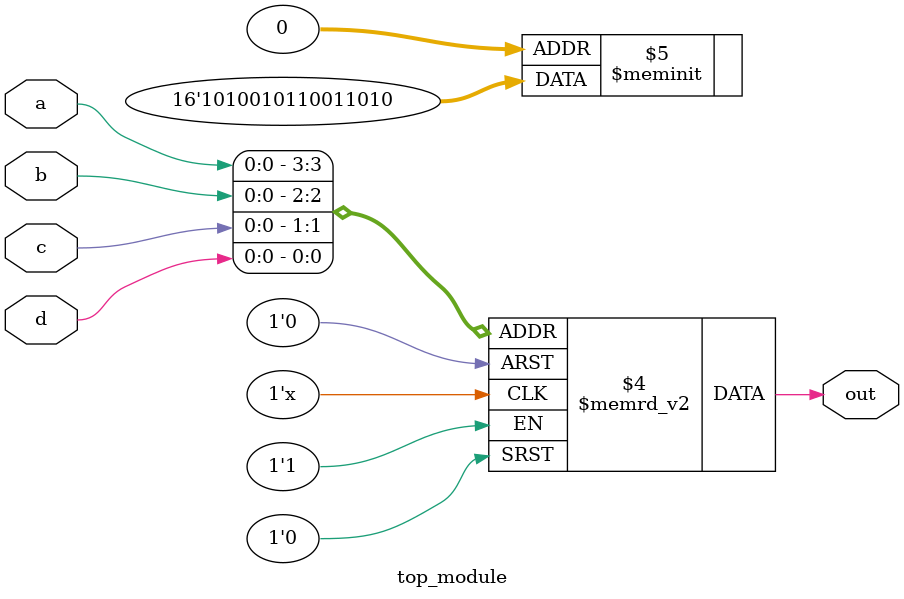
<source format=sv>
module top_module (
    input a, 
    input b,
    input c,
    input d,
    output reg out
);

    always @(a, b, c, d) begin
        case({a,b,c,d})
            4'b0000: out = 1'b0;
            4'b0001: out = 1'b1;
            4'b0010: out = 1'b0;
            4'b0011: out = 1'b1;
            4'b0100: out = 1'b1;
            4'b0101: out = 1'b0;
            4'b0110: out = 1'b0;
            4'b0111: out = 1'b1;
            4'b1000: out = 1'b1; 
            4'b1001: out = 1'b0;
            4'b1010: out = 1'b1;
            4'b1011: out = 1'b0;
            4'b1100: out = 1'b0;
            4'b1101: out = 1'b1;
            4'b1110: out = 1'b0;
            4'b1111: out = 1'b1;
            default: out = 1'b0; // Add default case to fix mismatches
        endcase
    end

endmodule

</source>
